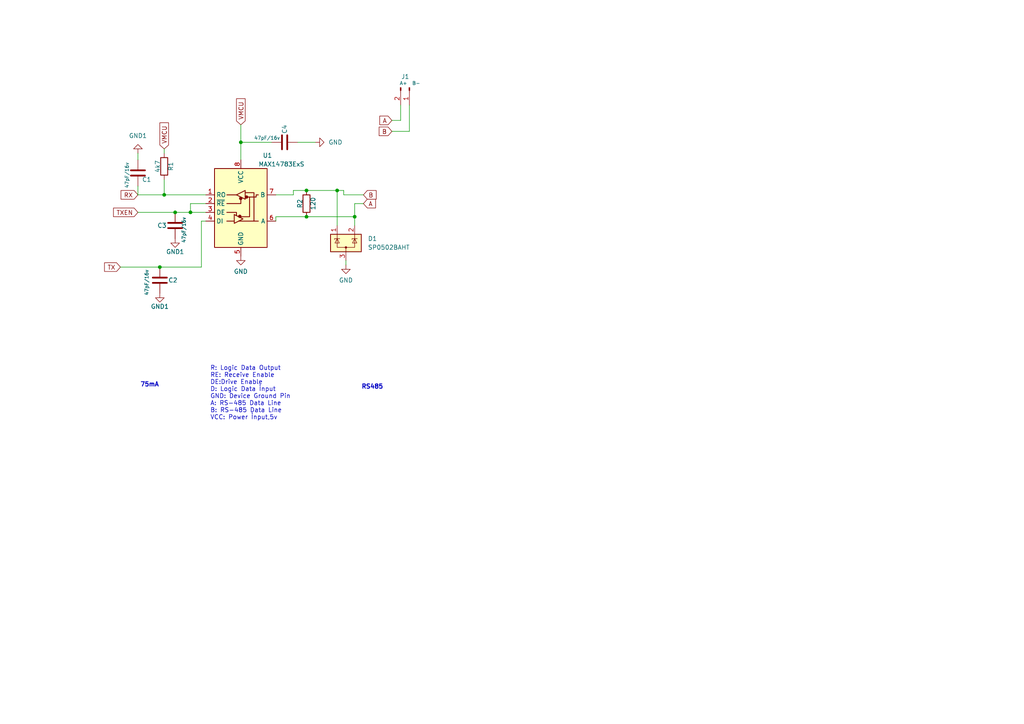
<source format=kicad_sch>
(kicad_sch (version 20211123) (generator eeschema)
  (paper "A4")
  (lib_symbols
    (symbol "Connector:Conn_01x02_Male" (pin_names (offset 1.016) hide)
      (property "Reference" "J" (at 0 2.54 0))
      (property "Value" "Conn_01x02_Male" (at 0 -5.08 0))
      (symbol "Conn_01x02_Male_1_1"
        (polyline (pts (xy 1.27 -2.54) (xy 0.8636 -2.54)) (stroke (width 0.1524)))
        (polyline (pts (xy 1.27 0) (xy 0.8636 0)) (stroke (width 0.1524)))
        (rectangle (start 0.8636 -2.413) (end 0 -2.667) (stroke (width 0.1524)) (fill (type outline)))
        (rectangle (start 0.8636 0.127) (end 0 -0.127) (stroke (width 0.1524)) (fill (type outline)))
        (pin passive line (at 5.08 0 180) (length 3.81) (name "Pin_1") (number "1"))
        (pin passive line (at 5.08 -2.54 180) (length 3.81) (name "Pin_2") (number "2"))
      )
    )
    (symbol "Device:C" (pin_numbers hide) (pin_names (offset 0.254))
      (property "Reference" "C" (at 0.635 2.54 0))
      (property "Value" "C" (at 0.635 -2.54 0))
      (symbol "C_0_1"
        (polyline (pts (xy -2.032 -0.762) (xy 2.032 -0.762)) (stroke (width 0.508)))
        (polyline (pts (xy -2.032 0.762) (xy 2.032 0.762)) (stroke (width 0.508)))
      )
      (symbol "C_1_1"
        (pin passive line (at 0 3.81 270) (length 2.794) (name "~") (number "1"))
        (pin passive line (at 0 -3.81 90) (length 2.794) (name "~") (number "2"))
      )
    )
    (symbol "Device:R" (pin_numbers hide) (pin_names (offset 0))
      (property "Reference" "R" (at 2.032 0 90))
      (property "Value" "R" (at 0 0 90))
      (symbol "R_0_1"
        (rectangle (start -1.016 -2.54) (end 1.016 2.54) (stroke (width 0.254)))
      )
      (symbol "R_1_1"
        (pin passive line (at 0 3.81 270) (length 1.27) (name "~") (number "1"))
        (pin passive line (at 0 -3.81 90) (length 1.27) (name "~") (number "2"))
      )
    )
    (symbol "Interface_UART:MAX14783ExS"
      (property "Reference" "U" (at -6.096 11.43 0))
      (property "Value" "MAX14783ExS" (at 0.762 11.43 0))
      (symbol "MAX14783ExS_0_1"
        (rectangle (start -7.62 10.16) (end 7.62 -12.7) (stroke (width 0.254)) (fill (type background)))
        (circle (center -0.3048 -3.683) (radius 0.3556) (stroke (width 0.254)) (fill (type outline)))
        (circle (center -0.0254 1.4986) (radius 0.3556) (stroke (width 0.254)) (fill (type outline)))
        (polyline (pts (xy -4.064 -5.08) (xy -1.905 -5.08)) (stroke (width 0.254)))
        (polyline (pts (xy -4.064 2.54) (xy -1.27 2.54)) (stroke (width 0.254)))
        (polyline (pts (xy -1.27 -3.2004) (xy -1.27 -3.4544)) (stroke (width 0.254)))
        (polyline (pts (xy -0.635 -5.08) (xy 5.08 -5.08)) (stroke (width 0.254)))
        (polyline (pts (xy -4.064 -2.54) (xy -1.27 -2.54) (xy -1.27 -3.175)) (stroke (width 0.254)))
        (polyline (pts (xy 0 1.27) (xy 0 0) (xy -4.064 0)) (stroke (width 0.254)))
        (polyline (pts (xy 1.27 3.175) (xy 3.81 3.175) (xy 3.81 -5.08)) (stroke (width 0.254)))
        (polyline (pts (xy 2.54 1.905) (xy 2.54 -3.81) (xy 0 -3.81)) (stroke (width 0.254)))
        (polyline (pts (xy -1.905 -3.175) (xy -1.905 -5.715) (xy 0.635 -4.445) (xy -1.905 -3.175)) (stroke (width 0.254)))
        (polyline (pts (xy -1.27 2.54) (xy 1.27 3.81) (xy 1.27 1.27) (xy -1.27 2.54)) (stroke (width 0.254)))
        (polyline (pts (xy 1.905 1.905) (xy 4.445 1.905) (xy 4.445 2.54) (xy 5.08 2.54)) (stroke (width 0.254)))
        (rectangle (start 1.27 3.175) (end 1.27 3.175))
        (circle (center 1.651 1.905) (radius 0.3556) (stroke (width 0.254)) (fill (type outline)))
      )
      (symbol "MAX14783ExS_1_1"
        (pin output line (at -10.16 2.54 0) (length 2.54) (name "RO") (number "1"))
        (pin input line (at -10.16 0 0) (length 2.54) (name "~{RE}") (number "2"))
        (pin input line (at -10.16 -2.54 0) (length 2.54) (name "DE") (number "3"))
        (pin input line (at -10.16 -5.08 0) (length 2.54) (name "DI") (number "4"))
        (pin power_in line (at 0 -15.24 90) (length 2.54) (name "GND") (number "5"))
        (pin bidirectional line (at 10.16 -5.08 180) (length 2.54) (name "A") (number "6"))
        (pin bidirectional line (at 10.16 2.54 180) (length 2.54) (name "B") (number "7"))
        (pin power_in line (at 0 12.7 270) (length 2.54) (name "VCC") (number "8"))
      )
    )
    (symbol "Power_Protection:SP0502BAHT" (pin_names hide)
      (property "Reference" "D" (at 5.715 2.54 0))
      (property "Value" "SP0502BAHT" (at 5.715 0.635 0))
      (symbol "SP0502BAHT_0_0"
        (pin passive line (at 0 -5.08 90) (length 2.54) (name "A") (number "3"))
      )
      (symbol "SP0502BAHT_0_1"
        (rectangle (start -4.445 2.54) (end 4.445 -2.54) (stroke (width 0.254)) (fill (type background)))
        (circle (center 0 -1.27) (radius 0.254) (fill (type outline)))
        (polyline (pts (xy -2.54 2.54) (xy -2.54 1.27)))
        (polyline (pts (xy 0 -1.27) (xy 0 -2.54)))
        (polyline (pts (xy 2.54 2.54) (xy 2.54 1.27)))
        (polyline (pts (xy -3.302 1.016) (xy -3.302 1.27) (xy -1.905 1.27) (xy -1.778 1.27)))
        (polyline (pts (xy -2.54 1.27) (xy -2.54 -1.27) (xy 2.54 -1.27) (xy 2.54 1.27)))
        (polyline (pts (xy -2.54 1.27) (xy -1.905 0) (xy -3.175 0) (xy -2.54 1.27)))
        (polyline (pts (xy 1.778 1.016) (xy 1.778 1.27) (xy 3.175 1.27) (xy 3.302 1.27)))
        (polyline (pts (xy 2.54 1.27) (xy 1.905 0) (xy 3.175 0) (xy 2.54 1.27)))
      )
      (symbol "SP0502BAHT_1_1"
        (pin passive line (at -2.54 5.08 270) (length 2.54) (name "K") (number "1"))
        (pin passive line (at 2.54 5.08 270) (length 2.54) (name "K") (number "2"))
      )
    )
    (symbol "power:GND" (power) (pin_names (offset 0))
      (property "Value" "GND" (at 0 -3.81 0))
      (symbol "GND_0_1"
        (polyline (pts (xy 0 0) (xy 0 -1.27) (xy 1.27 -1.27) (xy 0 -2.54) (xy -1.27 -1.27) (xy 0 -1.27)))
      )
      (symbol "GND_1_1"
        (pin power_in line (at 0 0 270) (length 0) hide (name "GND") (number "1"))
      )
    )
    (symbol "power:GND1" (power) (pin_names (offset 0))
      (property "Value" "GND1" (at 0 -3.81 0))
      (symbol "GND1_0_1"
        (polyline (pts (xy 0 0) (xy 0 -1.27) (xy 1.27 -1.27) (xy 0 -2.54) (xy -1.27 -1.27) (xy 0 -1.27)))
      )
      (symbol "GND1_1_1"
        (pin power_in line (at 0 0 270) (length 0) hide (name "GND1") (number "1"))
      )
    )
  )
  (junction (at 88.9 62.865))
  (junction (at 55.245 61.595))
  (junction (at 97.79 55.245))
  (junction (at 47.625 56.515))
  (junction (at 50.8 61.595))
  (junction (at 46.355 77.47))
  (junction (at 88.9 55.245))
  (junction (at 102.87 62.865))
  (junction (at 69.85 41.275))
  (wire (pts (xy 46.355 77.47) (xy 58.42 77.47)))
  (wire (pts (xy 85.09 55.245) (xy 88.9 55.245)))
  (wire (pts (xy 80.01 62.865) (xy 80.01 64.135)))
  (wire (pts (xy 80.01 62.865) (xy 88.9 62.865)))
  (wire (pts (xy 100.33 75.565) (xy 100.33 76.835)))
  (wire (pts (xy 99.695 56.515) (xy 99.695 55.245)))
  (wire (pts (xy 47.625 44.45) (xy 47.625 43.18)))
  (wire (pts (xy 69.85 36.195) (xy 69.85 41.275)))
  (wire (pts (xy 47.625 52.07) (xy 47.625 56.515)))
  (wire (pts (xy 58.42 64.135) (xy 58.42 77.47)))
  (wire (pts (xy 40.005 61.595) (xy 50.8 61.595)))
  (wire (pts (xy 102.87 65.405) (xy 102.87 62.865)))
  (wire (pts (xy 102.87 59.055) (xy 102.87 62.865)))
  (wire (pts (xy 40.005 46.355) (xy 40.005 44.45)))
  (wire (pts (xy 47.625 56.515) (xy 59.69 56.515)))
  (wire (pts (xy 86.36 41.275) (xy 91.44 41.275)))
  (wire (pts (xy 116.205 30.48) (xy 116.205 34.925)))
  (wire (pts (xy 80.01 56.515) (xy 85.09 56.515)))
  (wire (pts (xy 69.85 41.275) (xy 69.85 46.355)))
  (wire (pts (xy 118.745 30.48) (xy 118.745 38.1)))
  (wire (pts (xy 59.69 64.135) (xy 58.42 64.135)))
  (wire (pts (xy 97.79 65.405) (xy 97.79 55.245)))
  (wire (pts (xy 102.87 62.865) (xy 88.9 62.865)))
  (wire (pts (xy 105.41 56.515) (xy 99.695 56.515)))
  (wire (pts (xy 50.8 61.595) (xy 55.245 61.595)))
  (wire (pts (xy 55.245 59.055) (xy 55.245 61.595)))
  (wire (pts (xy 59.69 59.055) (xy 55.245 59.055)))
  (wire (pts (xy 105.41 59.055) (xy 102.87 59.055)))
  (wire (pts (xy 88.9 55.245) (xy 97.79 55.245)))
  (wire (pts (xy 78.74 41.275) (xy 69.85 41.275)))
  (wire (pts (xy 40.005 56.515) (xy 47.625 56.515)))
  (wire (pts (xy 40.005 53.975) (xy 40.005 56.515)))
  (wire (pts (xy 113.665 38.1) (xy 118.745 38.1)))
  (wire (pts (xy 85.09 56.515) (xy 85.09 55.245)))
  (wire (pts (xy 113.665 34.925) (xy 116.205 34.925)))
  (wire (pts (xy 34.925 77.47) (xy 46.355 77.47)))
  (wire (pts (xy 55.245 61.595) (xy 59.69 61.595)))
  (wire (pts (xy 99.695 55.245) (xy 97.79 55.245)))
  (text "RS485" (at 104.775 113.03 0) (effects (font (size 1.27 1.27) (thickness 0.254) bold) (justify left bottom)))
  (text "75mA" (at 40.64 112.395 0) (effects (font (size 1.27 1.27) bold) (justify left bottom)))
  (text "R: Logic Data Output\nRE: Receive Enable\nDE:Drive Enable\nD: Logic Data İnput\nGND: Device Ground Pin\nA: RS-485 Data Line\nB: RS-485 Data Line\nVCC: Power İnput,5v" (at 60.96 121.92 0) (effects (font (size 1.27 1.27)) (justify left bottom)))
  (global_label "B" (shape input) (at 105.41 56.515 0) (property "Intersheet References" "${INTERSHEET_REFS}" (effects hide)))
  (global_label "TXEN" (shape input) (at 40.005 61.595 180) (property "Intersheet References" "${INTERSHEET_REFS}" (effects hide)))
  (global_label "A" (shape input) (at 105.41 59.055 0) (property "Intersheet References" "${INTERSHEET_REFS}" (effects hide)))
  (global_label "VMCU" (shape input) (at 69.85 36.195 90) (property "Intersheet References" "${INTERSHEET_REFS}" (effects hide)))
  (global_label "TX" (shape input) (at 34.925 77.47 180) (property "Intersheet References" "${INTERSHEET_REFS}" (effects hide)))
  (global_label "A" (shape input) (at 113.665 34.925 180) (property "Intersheet References" "${INTERSHEET_REFS}" (effects hide)))
  (global_label "B" (shape input) (at 113.665 38.1 180) (property "Intersheet References" "${INTERSHEET_REFS}" (effects hide)))
  (global_label "RX" (shape input) (at 40.005 56.515 180) (property "Intersheet References" "${INTERSHEET_REFS}" (effects hide)))
  (global_label "VMCU" (shape input) (at 47.625 43.18 90) (property "Intersheet References" "${INTERSHEET_REFS}" (effects hide)))
  (symbol (lib_id "power:GND1") (at 40.005 44.45 180) (unit 1)
    (property "Reference" "#PWR0103" (effects hide))
    (property "Value" "GND1" (at 40.005 39.37 0))
  )
  (symbol (lib_id "power:GND1") (at 46.355 85.09 0) (unit 1)
    (property "Reference" "#PWR0101" (effects hide))
    (property "Value" "GND1" (at 46.355 88.9 0))
  )
  (symbol (lib_id "Connector:Conn_01x02_Male") (at 118.745 25.4 270) (unit 1)
    (property "Reference" "J1" (at 118.745 22.225 90) (effects (justify right)))
    (property "Value" "A+  B-" (at 121.92 24.13 90) (effects (font (size 1 1)) (justify right)))
    (property "Footprint" "as_kutuphane:terminalblock_vertical_10.20mmx11.94mm" (effects hide))
  )
  (symbol (lib_id "power:GND") (at 91.44 41.275 90) (unit 1)
    (property "Reference" "#PWR0105" (effects hide))
    (property "Value" "GND" (at 95.25 41.2749 90) (effects (justify right)))
  )
  (symbol (lib_id "Power_Protection:SP0502BAHT") (at 100.33 70.485 0) (unit 1)
    (property "Reference" "D1" (at 106.68 69.2149 0) (effects (justify left)))
    (property "Value" "SP0502BAHT" (at 106.68 71.7549 0) (effects (justify left)))
    (property "Footprint" "Package_TO_SOT_SMD:SOT-23" (effects hide))
    (property "Datasheet" "http://www.littelfuse.com/~/media/files/littelfuse/technical%20resources/documents/data%20sheets/sp05xxba.pdf" (effects hide))
  )
  (symbol (lib_id "Device:R") (at 47.625 48.26 180) (unit 1)
    (property "Reference" "R1" (at 49.53 48.26 90))
    (property "Value" "4k7" (at 45.72 48.26 90))
    (property "Footprint" "as_kutuphane:as_0805_res" (effects hide))
  )
  (symbol (lib_id "Device:R") (at 88.9 59.055 0) (unit 1)
    (property "Reference" "R2" (at 86.995 59.055 90))
    (property "Value" "120" (at 90.805 59.055 90))
    (property "Footprint" "as_kutuphane:as_0805_res" (effects hide))
  )
  (symbol (lib_id "power:GND") (at 100.33 76.835 0) (unit 1)
    (property "Reference" "#PWR0102" (effects hide))
    (property "Value" "GND" (at 100.33 81.28 0))
  )
  (symbol (lib_id "power:GND") (at 69.85 74.295 0) (unit 1)
    (property "Reference" "#PWR0106" (effects hide))
    (property "Value" "GND" (at 69.85 78.74 0))
  )
  (symbol (lib_id "Device:C") (at 40.005 50.165 180) (unit 1)
    (property "Reference" "C1" (at 42.545 52.07 0))
    (property "Value" "47pF/16v" (at 36.83 50.8 90) (effects (font (size 1 1))))
    (property "Footprint" "Capacitor_SMD:C_0805_2012Metric" (effects hide))
  )
  (symbol (lib_id "Device:C") (at 46.355 81.28 180) (unit 1)
    (property "Reference" "C2" (at 50.165 81.28 0))
    (property "Value" "47pF/16v" (at 42.545 81.915 90) (effects (font (size 1 1))))
    (property "Footprint" "Capacitor_SMD:C_0805_2012Metric" (effects hide))
  )
  (symbol (lib_id "Device:C") (at 82.55 41.275 270) (unit 1)
    (property "Reference" "C4" (at 82.55 37.465 0))
    (property "Value" "47pF/16v" (at 77.47 40.005 90) (effects (font (size 1 1))))
    (property "Footprint" "Capacitor_SMD:C_0805_2012Metric" (effects hide))
  )
  (symbol (lib_id "Interface_UART:MAX14783ExS") (at 69.85 59.055 0) (unit 1)
    (property "Reference" "U1" (at 76.2 45.085 0) (effects (justify left)))
    (property "Value" "MAX14783ExS" (at 74.93 47.625 0) (effects (justify left)))
    (property "Footprint" "Package_SO:SOIC-8_3.9x4.9mm_P1.27mm" (effects hide))
    (property "Datasheet" "https://datasheets.maximintegrated.com/en/ds/MAX14783E.pdf" (effects hide))
  )
  (symbol (lib_id "Device:C") (at 50.8 65.405 0) (unit 1)
    (property "Reference" "C3" (at 46.99 65.405 0))
    (property "Value" "47pF/16v" (at 53.34 66.675 90) (effects (font (size 1 1))))
    (property "Footprint" "Capacitor_SMD:C_0805_2012Metric" (effects hide))
  )
  (symbol (lib_id "power:GND1") (at 50.8 69.215 0) (unit 1)
    (property "Reference" "#PWR0104" (effects hide))
    (property "Value" "GND1" (at 50.8 73.025 0))
  )
)
</source>
